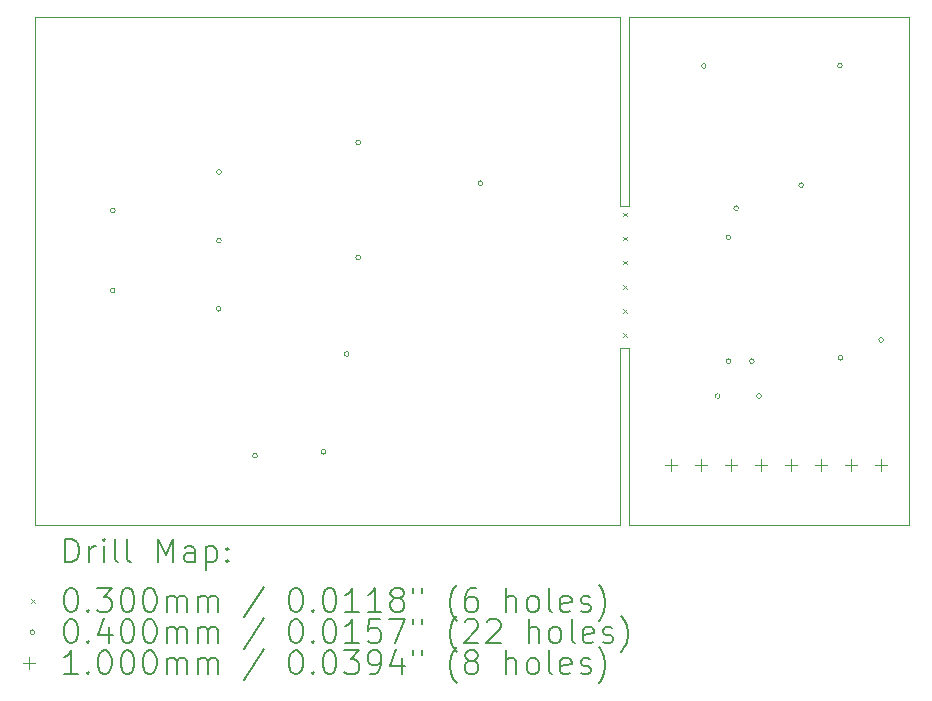
<source format=gbr>
%TF.GenerationSoftware,KiCad,Pcbnew,7.0.8-7.0.8~ubuntu22.04.1*%
%TF.CreationDate,2023-10-25T08:52:26+02:00*%
%TF.ProjectId,extension-cable,65787465-6e73-4696-9f6e-2d6361626c65,rev?*%
%TF.SameCoordinates,Original*%
%TF.FileFunction,Drillmap*%
%TF.FilePolarity,Positive*%
%FSLAX45Y45*%
G04 Gerber Fmt 4.5, Leading zero omitted, Abs format (unit mm)*
G04 Created by KiCad (PCBNEW 7.0.8-7.0.8~ubuntu22.04.1) date 2023-10-25 08:52:26*
%MOMM*%
%LPD*%
G01*
G04 APERTURE LIST*
%ADD10C,0.100000*%
%ADD11C,0.200000*%
%ADD12C,0.030000*%
%ADD13C,0.040000*%
G04 APERTURE END LIST*
D10*
X14400000Y-10100000D02*
X12030000Y-10100000D01*
X12030000Y-5800000D02*
X12030000Y-7400000D01*
X11950000Y-10100000D02*
X7000000Y-10100000D01*
X12030000Y-8600000D02*
X12030000Y-10100000D01*
X11950000Y-8600000D02*
X11950000Y-10100000D01*
X14400000Y-10100000D02*
X14400000Y-5800000D01*
X11950000Y-7400000D02*
X12030000Y-7400000D01*
X11950000Y-8600000D02*
X12030000Y-8600000D01*
X11950000Y-5800000D02*
X11950000Y-7400000D01*
X12030000Y-5800000D02*
X14400000Y-5800000D01*
X7000000Y-10100000D02*
X7000000Y-5800000D01*
X7000000Y-5800000D02*
X11950000Y-5800000D01*
D11*
D12*
X11978000Y-7456500D02*
X12008000Y-7486500D01*
X12008000Y-7456500D02*
X11978000Y-7486500D01*
X11978000Y-7661100D02*
X12008000Y-7691100D01*
X12008000Y-7661100D02*
X11978000Y-7691100D01*
X11978000Y-7865700D02*
X12008000Y-7895700D01*
X12008000Y-7865700D02*
X11978000Y-7895700D01*
X11978000Y-8070300D02*
X12008000Y-8100300D01*
X12008000Y-8070300D02*
X11978000Y-8100300D01*
X11978000Y-8274900D02*
X12008000Y-8304900D01*
X12008000Y-8274900D02*
X11978000Y-8304900D01*
X11978000Y-8479500D02*
X12008000Y-8509500D01*
X12008000Y-8479500D02*
X11978000Y-8509500D01*
D13*
X7676000Y-8118000D02*
G75*
G03*
X7676000Y-8118000I-20000J0D01*
G01*
X7678000Y-7439000D02*
G75*
G03*
X7678000Y-7439000I-20000J0D01*
G01*
X8574000Y-8271000D02*
G75*
G03*
X8574000Y-8271000I-20000J0D01*
G01*
X8576000Y-7112000D02*
G75*
G03*
X8576000Y-7112000I-20000J0D01*
G01*
X8576000Y-7695000D02*
G75*
G03*
X8576000Y-7695000I-20000J0D01*
G01*
X8881000Y-9515500D02*
G75*
G03*
X8881000Y-9515500I-20000J0D01*
G01*
X9461000Y-9483000D02*
G75*
G03*
X9461000Y-9483000I-20000J0D01*
G01*
X9657000Y-8654000D02*
G75*
G03*
X9657000Y-8654000I-20000J0D01*
G01*
X9756000Y-6864000D02*
G75*
G03*
X9756000Y-6864000I-20000J0D01*
G01*
X9756000Y-7837000D02*
G75*
G03*
X9756000Y-7837000I-20000J0D01*
G01*
X10788500Y-7208000D02*
G75*
G03*
X10788500Y-7208000I-20000J0D01*
G01*
X12681000Y-6215500D02*
G75*
G03*
X12681000Y-6215500I-20000J0D01*
G01*
X12797500Y-9010000D02*
G75*
G03*
X12797500Y-9010000I-20000J0D01*
G01*
X12890000Y-7667500D02*
G75*
G03*
X12890000Y-7667500I-20000J0D01*
G01*
X12890000Y-8715000D02*
G75*
G03*
X12890000Y-8715000I-20000J0D01*
G01*
X12955000Y-7420000D02*
G75*
G03*
X12955000Y-7420000I-20000J0D01*
G01*
X13087500Y-8715000D02*
G75*
G03*
X13087500Y-8715000I-20000J0D01*
G01*
X13147500Y-9010000D02*
G75*
G03*
X13147500Y-9010000I-20000J0D01*
G01*
X13505000Y-7225000D02*
G75*
G03*
X13505000Y-7225000I-20000J0D01*
G01*
X13833500Y-6213000D02*
G75*
G03*
X13833500Y-6213000I-20000J0D01*
G01*
X13837500Y-8687500D02*
G75*
G03*
X13837500Y-8687500I-20000J0D01*
G01*
X14182500Y-8535000D02*
G75*
G03*
X14182500Y-8535000I-20000J0D01*
G01*
D10*
X12382000Y-9545500D02*
X12382000Y-9645500D01*
X12332000Y-9595500D02*
X12432000Y-9595500D01*
X12636000Y-9545500D02*
X12636000Y-9645500D01*
X12586000Y-9595500D02*
X12686000Y-9595500D01*
X12890000Y-9545500D02*
X12890000Y-9645500D01*
X12840000Y-9595500D02*
X12940000Y-9595500D01*
X13144000Y-9545500D02*
X13144000Y-9645500D01*
X13094000Y-9595500D02*
X13194000Y-9595500D01*
X13398000Y-9545500D02*
X13398000Y-9645500D01*
X13348000Y-9595500D02*
X13448000Y-9595500D01*
X13652000Y-9545500D02*
X13652000Y-9645500D01*
X13602000Y-9595500D02*
X13702000Y-9595500D01*
X13906000Y-9545500D02*
X13906000Y-9645500D01*
X13856000Y-9595500D02*
X13956000Y-9595500D01*
X14160000Y-9545500D02*
X14160000Y-9645500D01*
X14110000Y-9595500D02*
X14210000Y-9595500D01*
D11*
X7255777Y-10416484D02*
X7255777Y-10216484D01*
X7255777Y-10216484D02*
X7303396Y-10216484D01*
X7303396Y-10216484D02*
X7331967Y-10226008D01*
X7331967Y-10226008D02*
X7351015Y-10245055D01*
X7351015Y-10245055D02*
X7360539Y-10264103D01*
X7360539Y-10264103D02*
X7370062Y-10302198D01*
X7370062Y-10302198D02*
X7370062Y-10330770D01*
X7370062Y-10330770D02*
X7360539Y-10368865D01*
X7360539Y-10368865D02*
X7351015Y-10387912D01*
X7351015Y-10387912D02*
X7331967Y-10406960D01*
X7331967Y-10406960D02*
X7303396Y-10416484D01*
X7303396Y-10416484D02*
X7255777Y-10416484D01*
X7455777Y-10416484D02*
X7455777Y-10283150D01*
X7455777Y-10321246D02*
X7465301Y-10302198D01*
X7465301Y-10302198D02*
X7474824Y-10292674D01*
X7474824Y-10292674D02*
X7493872Y-10283150D01*
X7493872Y-10283150D02*
X7512920Y-10283150D01*
X7579586Y-10416484D02*
X7579586Y-10283150D01*
X7579586Y-10216484D02*
X7570062Y-10226008D01*
X7570062Y-10226008D02*
X7579586Y-10235531D01*
X7579586Y-10235531D02*
X7589110Y-10226008D01*
X7589110Y-10226008D02*
X7579586Y-10216484D01*
X7579586Y-10216484D02*
X7579586Y-10235531D01*
X7703396Y-10416484D02*
X7684348Y-10406960D01*
X7684348Y-10406960D02*
X7674824Y-10387912D01*
X7674824Y-10387912D02*
X7674824Y-10216484D01*
X7808158Y-10416484D02*
X7789110Y-10406960D01*
X7789110Y-10406960D02*
X7779586Y-10387912D01*
X7779586Y-10387912D02*
X7779586Y-10216484D01*
X8036729Y-10416484D02*
X8036729Y-10216484D01*
X8036729Y-10216484D02*
X8103396Y-10359341D01*
X8103396Y-10359341D02*
X8170062Y-10216484D01*
X8170062Y-10216484D02*
X8170062Y-10416484D01*
X8351015Y-10416484D02*
X8351015Y-10311722D01*
X8351015Y-10311722D02*
X8341491Y-10292674D01*
X8341491Y-10292674D02*
X8322443Y-10283150D01*
X8322443Y-10283150D02*
X8284348Y-10283150D01*
X8284348Y-10283150D02*
X8265301Y-10292674D01*
X8351015Y-10406960D02*
X8331967Y-10416484D01*
X8331967Y-10416484D02*
X8284348Y-10416484D01*
X8284348Y-10416484D02*
X8265301Y-10406960D01*
X8265301Y-10406960D02*
X8255777Y-10387912D01*
X8255777Y-10387912D02*
X8255777Y-10368865D01*
X8255777Y-10368865D02*
X8265301Y-10349817D01*
X8265301Y-10349817D02*
X8284348Y-10340293D01*
X8284348Y-10340293D02*
X8331967Y-10340293D01*
X8331967Y-10340293D02*
X8351015Y-10330770D01*
X8446253Y-10283150D02*
X8446253Y-10483150D01*
X8446253Y-10292674D02*
X8465301Y-10283150D01*
X8465301Y-10283150D02*
X8503396Y-10283150D01*
X8503396Y-10283150D02*
X8522444Y-10292674D01*
X8522444Y-10292674D02*
X8531967Y-10302198D01*
X8531967Y-10302198D02*
X8541491Y-10321246D01*
X8541491Y-10321246D02*
X8541491Y-10378389D01*
X8541491Y-10378389D02*
X8531967Y-10397436D01*
X8531967Y-10397436D02*
X8522444Y-10406960D01*
X8522444Y-10406960D02*
X8503396Y-10416484D01*
X8503396Y-10416484D02*
X8465301Y-10416484D01*
X8465301Y-10416484D02*
X8446253Y-10406960D01*
X8627205Y-10397436D02*
X8636729Y-10406960D01*
X8636729Y-10406960D02*
X8627205Y-10416484D01*
X8627205Y-10416484D02*
X8617682Y-10406960D01*
X8617682Y-10406960D02*
X8627205Y-10397436D01*
X8627205Y-10397436D02*
X8627205Y-10416484D01*
X8627205Y-10292674D02*
X8636729Y-10302198D01*
X8636729Y-10302198D02*
X8627205Y-10311722D01*
X8627205Y-10311722D02*
X8617682Y-10302198D01*
X8617682Y-10302198D02*
X8627205Y-10292674D01*
X8627205Y-10292674D02*
X8627205Y-10311722D01*
D12*
X6965000Y-10730000D02*
X6995000Y-10760000D01*
X6995000Y-10730000D02*
X6965000Y-10760000D01*
D11*
X7293872Y-10636484D02*
X7312920Y-10636484D01*
X7312920Y-10636484D02*
X7331967Y-10646008D01*
X7331967Y-10646008D02*
X7341491Y-10655531D01*
X7341491Y-10655531D02*
X7351015Y-10674579D01*
X7351015Y-10674579D02*
X7360539Y-10712674D01*
X7360539Y-10712674D02*
X7360539Y-10760293D01*
X7360539Y-10760293D02*
X7351015Y-10798389D01*
X7351015Y-10798389D02*
X7341491Y-10817436D01*
X7341491Y-10817436D02*
X7331967Y-10826960D01*
X7331967Y-10826960D02*
X7312920Y-10836484D01*
X7312920Y-10836484D02*
X7293872Y-10836484D01*
X7293872Y-10836484D02*
X7274824Y-10826960D01*
X7274824Y-10826960D02*
X7265301Y-10817436D01*
X7265301Y-10817436D02*
X7255777Y-10798389D01*
X7255777Y-10798389D02*
X7246253Y-10760293D01*
X7246253Y-10760293D02*
X7246253Y-10712674D01*
X7246253Y-10712674D02*
X7255777Y-10674579D01*
X7255777Y-10674579D02*
X7265301Y-10655531D01*
X7265301Y-10655531D02*
X7274824Y-10646008D01*
X7274824Y-10646008D02*
X7293872Y-10636484D01*
X7446253Y-10817436D02*
X7455777Y-10826960D01*
X7455777Y-10826960D02*
X7446253Y-10836484D01*
X7446253Y-10836484D02*
X7436729Y-10826960D01*
X7436729Y-10826960D02*
X7446253Y-10817436D01*
X7446253Y-10817436D02*
X7446253Y-10836484D01*
X7522443Y-10636484D02*
X7646253Y-10636484D01*
X7646253Y-10636484D02*
X7579586Y-10712674D01*
X7579586Y-10712674D02*
X7608158Y-10712674D01*
X7608158Y-10712674D02*
X7627205Y-10722198D01*
X7627205Y-10722198D02*
X7636729Y-10731722D01*
X7636729Y-10731722D02*
X7646253Y-10750770D01*
X7646253Y-10750770D02*
X7646253Y-10798389D01*
X7646253Y-10798389D02*
X7636729Y-10817436D01*
X7636729Y-10817436D02*
X7627205Y-10826960D01*
X7627205Y-10826960D02*
X7608158Y-10836484D01*
X7608158Y-10836484D02*
X7551015Y-10836484D01*
X7551015Y-10836484D02*
X7531967Y-10826960D01*
X7531967Y-10826960D02*
X7522443Y-10817436D01*
X7770062Y-10636484D02*
X7789110Y-10636484D01*
X7789110Y-10636484D02*
X7808158Y-10646008D01*
X7808158Y-10646008D02*
X7817682Y-10655531D01*
X7817682Y-10655531D02*
X7827205Y-10674579D01*
X7827205Y-10674579D02*
X7836729Y-10712674D01*
X7836729Y-10712674D02*
X7836729Y-10760293D01*
X7836729Y-10760293D02*
X7827205Y-10798389D01*
X7827205Y-10798389D02*
X7817682Y-10817436D01*
X7817682Y-10817436D02*
X7808158Y-10826960D01*
X7808158Y-10826960D02*
X7789110Y-10836484D01*
X7789110Y-10836484D02*
X7770062Y-10836484D01*
X7770062Y-10836484D02*
X7751015Y-10826960D01*
X7751015Y-10826960D02*
X7741491Y-10817436D01*
X7741491Y-10817436D02*
X7731967Y-10798389D01*
X7731967Y-10798389D02*
X7722443Y-10760293D01*
X7722443Y-10760293D02*
X7722443Y-10712674D01*
X7722443Y-10712674D02*
X7731967Y-10674579D01*
X7731967Y-10674579D02*
X7741491Y-10655531D01*
X7741491Y-10655531D02*
X7751015Y-10646008D01*
X7751015Y-10646008D02*
X7770062Y-10636484D01*
X7960539Y-10636484D02*
X7979586Y-10636484D01*
X7979586Y-10636484D02*
X7998634Y-10646008D01*
X7998634Y-10646008D02*
X8008158Y-10655531D01*
X8008158Y-10655531D02*
X8017682Y-10674579D01*
X8017682Y-10674579D02*
X8027205Y-10712674D01*
X8027205Y-10712674D02*
X8027205Y-10760293D01*
X8027205Y-10760293D02*
X8017682Y-10798389D01*
X8017682Y-10798389D02*
X8008158Y-10817436D01*
X8008158Y-10817436D02*
X7998634Y-10826960D01*
X7998634Y-10826960D02*
X7979586Y-10836484D01*
X7979586Y-10836484D02*
X7960539Y-10836484D01*
X7960539Y-10836484D02*
X7941491Y-10826960D01*
X7941491Y-10826960D02*
X7931967Y-10817436D01*
X7931967Y-10817436D02*
X7922443Y-10798389D01*
X7922443Y-10798389D02*
X7912920Y-10760293D01*
X7912920Y-10760293D02*
X7912920Y-10712674D01*
X7912920Y-10712674D02*
X7922443Y-10674579D01*
X7922443Y-10674579D02*
X7931967Y-10655531D01*
X7931967Y-10655531D02*
X7941491Y-10646008D01*
X7941491Y-10646008D02*
X7960539Y-10636484D01*
X8112920Y-10836484D02*
X8112920Y-10703150D01*
X8112920Y-10722198D02*
X8122443Y-10712674D01*
X8122443Y-10712674D02*
X8141491Y-10703150D01*
X8141491Y-10703150D02*
X8170063Y-10703150D01*
X8170063Y-10703150D02*
X8189110Y-10712674D01*
X8189110Y-10712674D02*
X8198634Y-10731722D01*
X8198634Y-10731722D02*
X8198634Y-10836484D01*
X8198634Y-10731722D02*
X8208158Y-10712674D01*
X8208158Y-10712674D02*
X8227205Y-10703150D01*
X8227205Y-10703150D02*
X8255777Y-10703150D01*
X8255777Y-10703150D02*
X8274824Y-10712674D01*
X8274824Y-10712674D02*
X8284348Y-10731722D01*
X8284348Y-10731722D02*
X8284348Y-10836484D01*
X8379586Y-10836484D02*
X8379586Y-10703150D01*
X8379586Y-10722198D02*
X8389110Y-10712674D01*
X8389110Y-10712674D02*
X8408158Y-10703150D01*
X8408158Y-10703150D02*
X8436729Y-10703150D01*
X8436729Y-10703150D02*
X8455777Y-10712674D01*
X8455777Y-10712674D02*
X8465301Y-10731722D01*
X8465301Y-10731722D02*
X8465301Y-10836484D01*
X8465301Y-10731722D02*
X8474825Y-10712674D01*
X8474825Y-10712674D02*
X8493872Y-10703150D01*
X8493872Y-10703150D02*
X8522444Y-10703150D01*
X8522444Y-10703150D02*
X8541491Y-10712674D01*
X8541491Y-10712674D02*
X8551015Y-10731722D01*
X8551015Y-10731722D02*
X8551015Y-10836484D01*
X8941491Y-10626960D02*
X8770063Y-10884103D01*
X9198634Y-10636484D02*
X9217682Y-10636484D01*
X9217682Y-10636484D02*
X9236729Y-10646008D01*
X9236729Y-10646008D02*
X9246253Y-10655531D01*
X9246253Y-10655531D02*
X9255777Y-10674579D01*
X9255777Y-10674579D02*
X9265301Y-10712674D01*
X9265301Y-10712674D02*
X9265301Y-10760293D01*
X9265301Y-10760293D02*
X9255777Y-10798389D01*
X9255777Y-10798389D02*
X9246253Y-10817436D01*
X9246253Y-10817436D02*
X9236729Y-10826960D01*
X9236729Y-10826960D02*
X9217682Y-10836484D01*
X9217682Y-10836484D02*
X9198634Y-10836484D01*
X9198634Y-10836484D02*
X9179587Y-10826960D01*
X9179587Y-10826960D02*
X9170063Y-10817436D01*
X9170063Y-10817436D02*
X9160539Y-10798389D01*
X9160539Y-10798389D02*
X9151015Y-10760293D01*
X9151015Y-10760293D02*
X9151015Y-10712674D01*
X9151015Y-10712674D02*
X9160539Y-10674579D01*
X9160539Y-10674579D02*
X9170063Y-10655531D01*
X9170063Y-10655531D02*
X9179587Y-10646008D01*
X9179587Y-10646008D02*
X9198634Y-10636484D01*
X9351015Y-10817436D02*
X9360539Y-10826960D01*
X9360539Y-10826960D02*
X9351015Y-10836484D01*
X9351015Y-10836484D02*
X9341491Y-10826960D01*
X9341491Y-10826960D02*
X9351015Y-10817436D01*
X9351015Y-10817436D02*
X9351015Y-10836484D01*
X9484348Y-10636484D02*
X9503396Y-10636484D01*
X9503396Y-10636484D02*
X9522444Y-10646008D01*
X9522444Y-10646008D02*
X9531968Y-10655531D01*
X9531968Y-10655531D02*
X9541491Y-10674579D01*
X9541491Y-10674579D02*
X9551015Y-10712674D01*
X9551015Y-10712674D02*
X9551015Y-10760293D01*
X9551015Y-10760293D02*
X9541491Y-10798389D01*
X9541491Y-10798389D02*
X9531968Y-10817436D01*
X9531968Y-10817436D02*
X9522444Y-10826960D01*
X9522444Y-10826960D02*
X9503396Y-10836484D01*
X9503396Y-10836484D02*
X9484348Y-10836484D01*
X9484348Y-10836484D02*
X9465301Y-10826960D01*
X9465301Y-10826960D02*
X9455777Y-10817436D01*
X9455777Y-10817436D02*
X9446253Y-10798389D01*
X9446253Y-10798389D02*
X9436729Y-10760293D01*
X9436729Y-10760293D02*
X9436729Y-10712674D01*
X9436729Y-10712674D02*
X9446253Y-10674579D01*
X9446253Y-10674579D02*
X9455777Y-10655531D01*
X9455777Y-10655531D02*
X9465301Y-10646008D01*
X9465301Y-10646008D02*
X9484348Y-10636484D01*
X9741491Y-10836484D02*
X9627206Y-10836484D01*
X9684348Y-10836484D02*
X9684348Y-10636484D01*
X9684348Y-10636484D02*
X9665301Y-10665055D01*
X9665301Y-10665055D02*
X9646253Y-10684103D01*
X9646253Y-10684103D02*
X9627206Y-10693627D01*
X9931968Y-10836484D02*
X9817682Y-10836484D01*
X9874825Y-10836484D02*
X9874825Y-10636484D01*
X9874825Y-10636484D02*
X9855777Y-10665055D01*
X9855777Y-10665055D02*
X9836729Y-10684103D01*
X9836729Y-10684103D02*
X9817682Y-10693627D01*
X10046253Y-10722198D02*
X10027206Y-10712674D01*
X10027206Y-10712674D02*
X10017682Y-10703150D01*
X10017682Y-10703150D02*
X10008158Y-10684103D01*
X10008158Y-10684103D02*
X10008158Y-10674579D01*
X10008158Y-10674579D02*
X10017682Y-10655531D01*
X10017682Y-10655531D02*
X10027206Y-10646008D01*
X10027206Y-10646008D02*
X10046253Y-10636484D01*
X10046253Y-10636484D02*
X10084349Y-10636484D01*
X10084349Y-10636484D02*
X10103396Y-10646008D01*
X10103396Y-10646008D02*
X10112920Y-10655531D01*
X10112920Y-10655531D02*
X10122444Y-10674579D01*
X10122444Y-10674579D02*
X10122444Y-10684103D01*
X10122444Y-10684103D02*
X10112920Y-10703150D01*
X10112920Y-10703150D02*
X10103396Y-10712674D01*
X10103396Y-10712674D02*
X10084349Y-10722198D01*
X10084349Y-10722198D02*
X10046253Y-10722198D01*
X10046253Y-10722198D02*
X10027206Y-10731722D01*
X10027206Y-10731722D02*
X10017682Y-10741246D01*
X10017682Y-10741246D02*
X10008158Y-10760293D01*
X10008158Y-10760293D02*
X10008158Y-10798389D01*
X10008158Y-10798389D02*
X10017682Y-10817436D01*
X10017682Y-10817436D02*
X10027206Y-10826960D01*
X10027206Y-10826960D02*
X10046253Y-10836484D01*
X10046253Y-10836484D02*
X10084349Y-10836484D01*
X10084349Y-10836484D02*
X10103396Y-10826960D01*
X10103396Y-10826960D02*
X10112920Y-10817436D01*
X10112920Y-10817436D02*
X10122444Y-10798389D01*
X10122444Y-10798389D02*
X10122444Y-10760293D01*
X10122444Y-10760293D02*
X10112920Y-10741246D01*
X10112920Y-10741246D02*
X10103396Y-10731722D01*
X10103396Y-10731722D02*
X10084349Y-10722198D01*
X10198634Y-10636484D02*
X10198634Y-10674579D01*
X10274825Y-10636484D02*
X10274825Y-10674579D01*
X10570063Y-10912674D02*
X10560539Y-10903150D01*
X10560539Y-10903150D02*
X10541491Y-10874579D01*
X10541491Y-10874579D02*
X10531968Y-10855531D01*
X10531968Y-10855531D02*
X10522444Y-10826960D01*
X10522444Y-10826960D02*
X10512920Y-10779341D01*
X10512920Y-10779341D02*
X10512920Y-10741246D01*
X10512920Y-10741246D02*
X10522444Y-10693627D01*
X10522444Y-10693627D02*
X10531968Y-10665055D01*
X10531968Y-10665055D02*
X10541491Y-10646008D01*
X10541491Y-10646008D02*
X10560539Y-10617436D01*
X10560539Y-10617436D02*
X10570063Y-10607912D01*
X10731968Y-10636484D02*
X10693872Y-10636484D01*
X10693872Y-10636484D02*
X10674825Y-10646008D01*
X10674825Y-10646008D02*
X10665301Y-10655531D01*
X10665301Y-10655531D02*
X10646253Y-10684103D01*
X10646253Y-10684103D02*
X10636730Y-10722198D01*
X10636730Y-10722198D02*
X10636730Y-10798389D01*
X10636730Y-10798389D02*
X10646253Y-10817436D01*
X10646253Y-10817436D02*
X10655777Y-10826960D01*
X10655777Y-10826960D02*
X10674825Y-10836484D01*
X10674825Y-10836484D02*
X10712920Y-10836484D01*
X10712920Y-10836484D02*
X10731968Y-10826960D01*
X10731968Y-10826960D02*
X10741491Y-10817436D01*
X10741491Y-10817436D02*
X10751015Y-10798389D01*
X10751015Y-10798389D02*
X10751015Y-10750770D01*
X10751015Y-10750770D02*
X10741491Y-10731722D01*
X10741491Y-10731722D02*
X10731968Y-10722198D01*
X10731968Y-10722198D02*
X10712920Y-10712674D01*
X10712920Y-10712674D02*
X10674825Y-10712674D01*
X10674825Y-10712674D02*
X10655777Y-10722198D01*
X10655777Y-10722198D02*
X10646253Y-10731722D01*
X10646253Y-10731722D02*
X10636730Y-10750770D01*
X10989111Y-10836484D02*
X10989111Y-10636484D01*
X11074825Y-10836484D02*
X11074825Y-10731722D01*
X11074825Y-10731722D02*
X11065301Y-10712674D01*
X11065301Y-10712674D02*
X11046253Y-10703150D01*
X11046253Y-10703150D02*
X11017682Y-10703150D01*
X11017682Y-10703150D02*
X10998634Y-10712674D01*
X10998634Y-10712674D02*
X10989111Y-10722198D01*
X11198634Y-10836484D02*
X11179587Y-10826960D01*
X11179587Y-10826960D02*
X11170063Y-10817436D01*
X11170063Y-10817436D02*
X11160539Y-10798389D01*
X11160539Y-10798389D02*
X11160539Y-10741246D01*
X11160539Y-10741246D02*
X11170063Y-10722198D01*
X11170063Y-10722198D02*
X11179587Y-10712674D01*
X11179587Y-10712674D02*
X11198634Y-10703150D01*
X11198634Y-10703150D02*
X11227206Y-10703150D01*
X11227206Y-10703150D02*
X11246253Y-10712674D01*
X11246253Y-10712674D02*
X11255777Y-10722198D01*
X11255777Y-10722198D02*
X11265301Y-10741246D01*
X11265301Y-10741246D02*
X11265301Y-10798389D01*
X11265301Y-10798389D02*
X11255777Y-10817436D01*
X11255777Y-10817436D02*
X11246253Y-10826960D01*
X11246253Y-10826960D02*
X11227206Y-10836484D01*
X11227206Y-10836484D02*
X11198634Y-10836484D01*
X11379587Y-10836484D02*
X11360539Y-10826960D01*
X11360539Y-10826960D02*
X11351015Y-10807912D01*
X11351015Y-10807912D02*
X11351015Y-10636484D01*
X11531968Y-10826960D02*
X11512920Y-10836484D01*
X11512920Y-10836484D02*
X11474825Y-10836484D01*
X11474825Y-10836484D02*
X11455777Y-10826960D01*
X11455777Y-10826960D02*
X11446253Y-10807912D01*
X11446253Y-10807912D02*
X11446253Y-10731722D01*
X11446253Y-10731722D02*
X11455777Y-10712674D01*
X11455777Y-10712674D02*
X11474825Y-10703150D01*
X11474825Y-10703150D02*
X11512920Y-10703150D01*
X11512920Y-10703150D02*
X11531968Y-10712674D01*
X11531968Y-10712674D02*
X11541491Y-10731722D01*
X11541491Y-10731722D02*
X11541491Y-10750770D01*
X11541491Y-10750770D02*
X11446253Y-10769817D01*
X11617682Y-10826960D02*
X11636730Y-10836484D01*
X11636730Y-10836484D02*
X11674825Y-10836484D01*
X11674825Y-10836484D02*
X11693872Y-10826960D01*
X11693872Y-10826960D02*
X11703396Y-10807912D01*
X11703396Y-10807912D02*
X11703396Y-10798389D01*
X11703396Y-10798389D02*
X11693872Y-10779341D01*
X11693872Y-10779341D02*
X11674825Y-10769817D01*
X11674825Y-10769817D02*
X11646253Y-10769817D01*
X11646253Y-10769817D02*
X11627206Y-10760293D01*
X11627206Y-10760293D02*
X11617682Y-10741246D01*
X11617682Y-10741246D02*
X11617682Y-10731722D01*
X11617682Y-10731722D02*
X11627206Y-10712674D01*
X11627206Y-10712674D02*
X11646253Y-10703150D01*
X11646253Y-10703150D02*
X11674825Y-10703150D01*
X11674825Y-10703150D02*
X11693872Y-10712674D01*
X11770063Y-10912674D02*
X11779587Y-10903150D01*
X11779587Y-10903150D02*
X11798634Y-10874579D01*
X11798634Y-10874579D02*
X11808158Y-10855531D01*
X11808158Y-10855531D02*
X11817682Y-10826960D01*
X11817682Y-10826960D02*
X11827206Y-10779341D01*
X11827206Y-10779341D02*
X11827206Y-10741246D01*
X11827206Y-10741246D02*
X11817682Y-10693627D01*
X11817682Y-10693627D02*
X11808158Y-10665055D01*
X11808158Y-10665055D02*
X11798634Y-10646008D01*
X11798634Y-10646008D02*
X11779587Y-10617436D01*
X11779587Y-10617436D02*
X11770063Y-10607912D01*
D13*
X6995000Y-11009000D02*
G75*
G03*
X6995000Y-11009000I-20000J0D01*
G01*
D11*
X7293872Y-10900484D02*
X7312920Y-10900484D01*
X7312920Y-10900484D02*
X7331967Y-10910008D01*
X7331967Y-10910008D02*
X7341491Y-10919531D01*
X7341491Y-10919531D02*
X7351015Y-10938579D01*
X7351015Y-10938579D02*
X7360539Y-10976674D01*
X7360539Y-10976674D02*
X7360539Y-11024293D01*
X7360539Y-11024293D02*
X7351015Y-11062389D01*
X7351015Y-11062389D02*
X7341491Y-11081436D01*
X7341491Y-11081436D02*
X7331967Y-11090960D01*
X7331967Y-11090960D02*
X7312920Y-11100484D01*
X7312920Y-11100484D02*
X7293872Y-11100484D01*
X7293872Y-11100484D02*
X7274824Y-11090960D01*
X7274824Y-11090960D02*
X7265301Y-11081436D01*
X7265301Y-11081436D02*
X7255777Y-11062389D01*
X7255777Y-11062389D02*
X7246253Y-11024293D01*
X7246253Y-11024293D02*
X7246253Y-10976674D01*
X7246253Y-10976674D02*
X7255777Y-10938579D01*
X7255777Y-10938579D02*
X7265301Y-10919531D01*
X7265301Y-10919531D02*
X7274824Y-10910008D01*
X7274824Y-10910008D02*
X7293872Y-10900484D01*
X7446253Y-11081436D02*
X7455777Y-11090960D01*
X7455777Y-11090960D02*
X7446253Y-11100484D01*
X7446253Y-11100484D02*
X7436729Y-11090960D01*
X7436729Y-11090960D02*
X7446253Y-11081436D01*
X7446253Y-11081436D02*
X7446253Y-11100484D01*
X7627205Y-10967150D02*
X7627205Y-11100484D01*
X7579586Y-10890960D02*
X7531967Y-11033817D01*
X7531967Y-11033817D02*
X7655777Y-11033817D01*
X7770062Y-10900484D02*
X7789110Y-10900484D01*
X7789110Y-10900484D02*
X7808158Y-10910008D01*
X7808158Y-10910008D02*
X7817682Y-10919531D01*
X7817682Y-10919531D02*
X7827205Y-10938579D01*
X7827205Y-10938579D02*
X7836729Y-10976674D01*
X7836729Y-10976674D02*
X7836729Y-11024293D01*
X7836729Y-11024293D02*
X7827205Y-11062389D01*
X7827205Y-11062389D02*
X7817682Y-11081436D01*
X7817682Y-11081436D02*
X7808158Y-11090960D01*
X7808158Y-11090960D02*
X7789110Y-11100484D01*
X7789110Y-11100484D02*
X7770062Y-11100484D01*
X7770062Y-11100484D02*
X7751015Y-11090960D01*
X7751015Y-11090960D02*
X7741491Y-11081436D01*
X7741491Y-11081436D02*
X7731967Y-11062389D01*
X7731967Y-11062389D02*
X7722443Y-11024293D01*
X7722443Y-11024293D02*
X7722443Y-10976674D01*
X7722443Y-10976674D02*
X7731967Y-10938579D01*
X7731967Y-10938579D02*
X7741491Y-10919531D01*
X7741491Y-10919531D02*
X7751015Y-10910008D01*
X7751015Y-10910008D02*
X7770062Y-10900484D01*
X7960539Y-10900484D02*
X7979586Y-10900484D01*
X7979586Y-10900484D02*
X7998634Y-10910008D01*
X7998634Y-10910008D02*
X8008158Y-10919531D01*
X8008158Y-10919531D02*
X8017682Y-10938579D01*
X8017682Y-10938579D02*
X8027205Y-10976674D01*
X8027205Y-10976674D02*
X8027205Y-11024293D01*
X8027205Y-11024293D02*
X8017682Y-11062389D01*
X8017682Y-11062389D02*
X8008158Y-11081436D01*
X8008158Y-11081436D02*
X7998634Y-11090960D01*
X7998634Y-11090960D02*
X7979586Y-11100484D01*
X7979586Y-11100484D02*
X7960539Y-11100484D01*
X7960539Y-11100484D02*
X7941491Y-11090960D01*
X7941491Y-11090960D02*
X7931967Y-11081436D01*
X7931967Y-11081436D02*
X7922443Y-11062389D01*
X7922443Y-11062389D02*
X7912920Y-11024293D01*
X7912920Y-11024293D02*
X7912920Y-10976674D01*
X7912920Y-10976674D02*
X7922443Y-10938579D01*
X7922443Y-10938579D02*
X7931967Y-10919531D01*
X7931967Y-10919531D02*
X7941491Y-10910008D01*
X7941491Y-10910008D02*
X7960539Y-10900484D01*
X8112920Y-11100484D02*
X8112920Y-10967150D01*
X8112920Y-10986198D02*
X8122443Y-10976674D01*
X8122443Y-10976674D02*
X8141491Y-10967150D01*
X8141491Y-10967150D02*
X8170063Y-10967150D01*
X8170063Y-10967150D02*
X8189110Y-10976674D01*
X8189110Y-10976674D02*
X8198634Y-10995722D01*
X8198634Y-10995722D02*
X8198634Y-11100484D01*
X8198634Y-10995722D02*
X8208158Y-10976674D01*
X8208158Y-10976674D02*
X8227205Y-10967150D01*
X8227205Y-10967150D02*
X8255777Y-10967150D01*
X8255777Y-10967150D02*
X8274824Y-10976674D01*
X8274824Y-10976674D02*
X8284348Y-10995722D01*
X8284348Y-10995722D02*
X8284348Y-11100484D01*
X8379586Y-11100484D02*
X8379586Y-10967150D01*
X8379586Y-10986198D02*
X8389110Y-10976674D01*
X8389110Y-10976674D02*
X8408158Y-10967150D01*
X8408158Y-10967150D02*
X8436729Y-10967150D01*
X8436729Y-10967150D02*
X8455777Y-10976674D01*
X8455777Y-10976674D02*
X8465301Y-10995722D01*
X8465301Y-10995722D02*
X8465301Y-11100484D01*
X8465301Y-10995722D02*
X8474825Y-10976674D01*
X8474825Y-10976674D02*
X8493872Y-10967150D01*
X8493872Y-10967150D02*
X8522444Y-10967150D01*
X8522444Y-10967150D02*
X8541491Y-10976674D01*
X8541491Y-10976674D02*
X8551015Y-10995722D01*
X8551015Y-10995722D02*
X8551015Y-11100484D01*
X8941491Y-10890960D02*
X8770063Y-11148103D01*
X9198634Y-10900484D02*
X9217682Y-10900484D01*
X9217682Y-10900484D02*
X9236729Y-10910008D01*
X9236729Y-10910008D02*
X9246253Y-10919531D01*
X9246253Y-10919531D02*
X9255777Y-10938579D01*
X9255777Y-10938579D02*
X9265301Y-10976674D01*
X9265301Y-10976674D02*
X9265301Y-11024293D01*
X9265301Y-11024293D02*
X9255777Y-11062389D01*
X9255777Y-11062389D02*
X9246253Y-11081436D01*
X9246253Y-11081436D02*
X9236729Y-11090960D01*
X9236729Y-11090960D02*
X9217682Y-11100484D01*
X9217682Y-11100484D02*
X9198634Y-11100484D01*
X9198634Y-11100484D02*
X9179587Y-11090960D01*
X9179587Y-11090960D02*
X9170063Y-11081436D01*
X9170063Y-11081436D02*
X9160539Y-11062389D01*
X9160539Y-11062389D02*
X9151015Y-11024293D01*
X9151015Y-11024293D02*
X9151015Y-10976674D01*
X9151015Y-10976674D02*
X9160539Y-10938579D01*
X9160539Y-10938579D02*
X9170063Y-10919531D01*
X9170063Y-10919531D02*
X9179587Y-10910008D01*
X9179587Y-10910008D02*
X9198634Y-10900484D01*
X9351015Y-11081436D02*
X9360539Y-11090960D01*
X9360539Y-11090960D02*
X9351015Y-11100484D01*
X9351015Y-11100484D02*
X9341491Y-11090960D01*
X9341491Y-11090960D02*
X9351015Y-11081436D01*
X9351015Y-11081436D02*
X9351015Y-11100484D01*
X9484348Y-10900484D02*
X9503396Y-10900484D01*
X9503396Y-10900484D02*
X9522444Y-10910008D01*
X9522444Y-10910008D02*
X9531968Y-10919531D01*
X9531968Y-10919531D02*
X9541491Y-10938579D01*
X9541491Y-10938579D02*
X9551015Y-10976674D01*
X9551015Y-10976674D02*
X9551015Y-11024293D01*
X9551015Y-11024293D02*
X9541491Y-11062389D01*
X9541491Y-11062389D02*
X9531968Y-11081436D01*
X9531968Y-11081436D02*
X9522444Y-11090960D01*
X9522444Y-11090960D02*
X9503396Y-11100484D01*
X9503396Y-11100484D02*
X9484348Y-11100484D01*
X9484348Y-11100484D02*
X9465301Y-11090960D01*
X9465301Y-11090960D02*
X9455777Y-11081436D01*
X9455777Y-11081436D02*
X9446253Y-11062389D01*
X9446253Y-11062389D02*
X9436729Y-11024293D01*
X9436729Y-11024293D02*
X9436729Y-10976674D01*
X9436729Y-10976674D02*
X9446253Y-10938579D01*
X9446253Y-10938579D02*
X9455777Y-10919531D01*
X9455777Y-10919531D02*
X9465301Y-10910008D01*
X9465301Y-10910008D02*
X9484348Y-10900484D01*
X9741491Y-11100484D02*
X9627206Y-11100484D01*
X9684348Y-11100484D02*
X9684348Y-10900484D01*
X9684348Y-10900484D02*
X9665301Y-10929055D01*
X9665301Y-10929055D02*
X9646253Y-10948103D01*
X9646253Y-10948103D02*
X9627206Y-10957627D01*
X9922444Y-10900484D02*
X9827206Y-10900484D01*
X9827206Y-10900484D02*
X9817682Y-10995722D01*
X9817682Y-10995722D02*
X9827206Y-10986198D01*
X9827206Y-10986198D02*
X9846253Y-10976674D01*
X9846253Y-10976674D02*
X9893872Y-10976674D01*
X9893872Y-10976674D02*
X9912920Y-10986198D01*
X9912920Y-10986198D02*
X9922444Y-10995722D01*
X9922444Y-10995722D02*
X9931968Y-11014770D01*
X9931968Y-11014770D02*
X9931968Y-11062389D01*
X9931968Y-11062389D02*
X9922444Y-11081436D01*
X9922444Y-11081436D02*
X9912920Y-11090960D01*
X9912920Y-11090960D02*
X9893872Y-11100484D01*
X9893872Y-11100484D02*
X9846253Y-11100484D01*
X9846253Y-11100484D02*
X9827206Y-11090960D01*
X9827206Y-11090960D02*
X9817682Y-11081436D01*
X9998634Y-10900484D02*
X10131968Y-10900484D01*
X10131968Y-10900484D02*
X10046253Y-11100484D01*
X10198634Y-10900484D02*
X10198634Y-10938579D01*
X10274825Y-10900484D02*
X10274825Y-10938579D01*
X10570063Y-11176674D02*
X10560539Y-11167150D01*
X10560539Y-11167150D02*
X10541491Y-11138579D01*
X10541491Y-11138579D02*
X10531968Y-11119531D01*
X10531968Y-11119531D02*
X10522444Y-11090960D01*
X10522444Y-11090960D02*
X10512920Y-11043341D01*
X10512920Y-11043341D02*
X10512920Y-11005246D01*
X10512920Y-11005246D02*
X10522444Y-10957627D01*
X10522444Y-10957627D02*
X10531968Y-10929055D01*
X10531968Y-10929055D02*
X10541491Y-10910008D01*
X10541491Y-10910008D02*
X10560539Y-10881436D01*
X10560539Y-10881436D02*
X10570063Y-10871912D01*
X10636730Y-10919531D02*
X10646253Y-10910008D01*
X10646253Y-10910008D02*
X10665301Y-10900484D01*
X10665301Y-10900484D02*
X10712920Y-10900484D01*
X10712920Y-10900484D02*
X10731968Y-10910008D01*
X10731968Y-10910008D02*
X10741491Y-10919531D01*
X10741491Y-10919531D02*
X10751015Y-10938579D01*
X10751015Y-10938579D02*
X10751015Y-10957627D01*
X10751015Y-10957627D02*
X10741491Y-10986198D01*
X10741491Y-10986198D02*
X10627206Y-11100484D01*
X10627206Y-11100484D02*
X10751015Y-11100484D01*
X10827206Y-10919531D02*
X10836730Y-10910008D01*
X10836730Y-10910008D02*
X10855777Y-10900484D01*
X10855777Y-10900484D02*
X10903396Y-10900484D01*
X10903396Y-10900484D02*
X10922444Y-10910008D01*
X10922444Y-10910008D02*
X10931968Y-10919531D01*
X10931968Y-10919531D02*
X10941491Y-10938579D01*
X10941491Y-10938579D02*
X10941491Y-10957627D01*
X10941491Y-10957627D02*
X10931968Y-10986198D01*
X10931968Y-10986198D02*
X10817682Y-11100484D01*
X10817682Y-11100484D02*
X10941491Y-11100484D01*
X11179587Y-11100484D02*
X11179587Y-10900484D01*
X11265301Y-11100484D02*
X11265301Y-10995722D01*
X11265301Y-10995722D02*
X11255777Y-10976674D01*
X11255777Y-10976674D02*
X11236730Y-10967150D01*
X11236730Y-10967150D02*
X11208158Y-10967150D01*
X11208158Y-10967150D02*
X11189110Y-10976674D01*
X11189110Y-10976674D02*
X11179587Y-10986198D01*
X11389110Y-11100484D02*
X11370063Y-11090960D01*
X11370063Y-11090960D02*
X11360539Y-11081436D01*
X11360539Y-11081436D02*
X11351015Y-11062389D01*
X11351015Y-11062389D02*
X11351015Y-11005246D01*
X11351015Y-11005246D02*
X11360539Y-10986198D01*
X11360539Y-10986198D02*
X11370063Y-10976674D01*
X11370063Y-10976674D02*
X11389110Y-10967150D01*
X11389110Y-10967150D02*
X11417682Y-10967150D01*
X11417682Y-10967150D02*
X11436730Y-10976674D01*
X11436730Y-10976674D02*
X11446253Y-10986198D01*
X11446253Y-10986198D02*
X11455777Y-11005246D01*
X11455777Y-11005246D02*
X11455777Y-11062389D01*
X11455777Y-11062389D02*
X11446253Y-11081436D01*
X11446253Y-11081436D02*
X11436730Y-11090960D01*
X11436730Y-11090960D02*
X11417682Y-11100484D01*
X11417682Y-11100484D02*
X11389110Y-11100484D01*
X11570063Y-11100484D02*
X11551015Y-11090960D01*
X11551015Y-11090960D02*
X11541491Y-11071912D01*
X11541491Y-11071912D02*
X11541491Y-10900484D01*
X11722444Y-11090960D02*
X11703396Y-11100484D01*
X11703396Y-11100484D02*
X11665301Y-11100484D01*
X11665301Y-11100484D02*
X11646253Y-11090960D01*
X11646253Y-11090960D02*
X11636730Y-11071912D01*
X11636730Y-11071912D02*
X11636730Y-10995722D01*
X11636730Y-10995722D02*
X11646253Y-10976674D01*
X11646253Y-10976674D02*
X11665301Y-10967150D01*
X11665301Y-10967150D02*
X11703396Y-10967150D01*
X11703396Y-10967150D02*
X11722444Y-10976674D01*
X11722444Y-10976674D02*
X11731968Y-10995722D01*
X11731968Y-10995722D02*
X11731968Y-11014770D01*
X11731968Y-11014770D02*
X11636730Y-11033817D01*
X11808158Y-11090960D02*
X11827206Y-11100484D01*
X11827206Y-11100484D02*
X11865301Y-11100484D01*
X11865301Y-11100484D02*
X11884349Y-11090960D01*
X11884349Y-11090960D02*
X11893872Y-11071912D01*
X11893872Y-11071912D02*
X11893872Y-11062389D01*
X11893872Y-11062389D02*
X11884349Y-11043341D01*
X11884349Y-11043341D02*
X11865301Y-11033817D01*
X11865301Y-11033817D02*
X11836730Y-11033817D01*
X11836730Y-11033817D02*
X11817682Y-11024293D01*
X11817682Y-11024293D02*
X11808158Y-11005246D01*
X11808158Y-11005246D02*
X11808158Y-10995722D01*
X11808158Y-10995722D02*
X11817682Y-10976674D01*
X11817682Y-10976674D02*
X11836730Y-10967150D01*
X11836730Y-10967150D02*
X11865301Y-10967150D01*
X11865301Y-10967150D02*
X11884349Y-10976674D01*
X11960539Y-11176674D02*
X11970063Y-11167150D01*
X11970063Y-11167150D02*
X11989111Y-11138579D01*
X11989111Y-11138579D02*
X11998634Y-11119531D01*
X11998634Y-11119531D02*
X12008158Y-11090960D01*
X12008158Y-11090960D02*
X12017682Y-11043341D01*
X12017682Y-11043341D02*
X12017682Y-11005246D01*
X12017682Y-11005246D02*
X12008158Y-10957627D01*
X12008158Y-10957627D02*
X11998634Y-10929055D01*
X11998634Y-10929055D02*
X11989111Y-10910008D01*
X11989111Y-10910008D02*
X11970063Y-10881436D01*
X11970063Y-10881436D02*
X11960539Y-10871912D01*
D10*
X6945000Y-11223000D02*
X6945000Y-11323000D01*
X6895000Y-11273000D02*
X6995000Y-11273000D01*
D11*
X7360539Y-11364484D02*
X7246253Y-11364484D01*
X7303396Y-11364484D02*
X7303396Y-11164484D01*
X7303396Y-11164484D02*
X7284348Y-11193055D01*
X7284348Y-11193055D02*
X7265301Y-11212103D01*
X7265301Y-11212103D02*
X7246253Y-11221627D01*
X7446253Y-11345436D02*
X7455777Y-11354960D01*
X7455777Y-11354960D02*
X7446253Y-11364484D01*
X7446253Y-11364484D02*
X7436729Y-11354960D01*
X7436729Y-11354960D02*
X7446253Y-11345436D01*
X7446253Y-11345436D02*
X7446253Y-11364484D01*
X7579586Y-11164484D02*
X7598634Y-11164484D01*
X7598634Y-11164484D02*
X7617682Y-11174008D01*
X7617682Y-11174008D02*
X7627205Y-11183531D01*
X7627205Y-11183531D02*
X7636729Y-11202579D01*
X7636729Y-11202579D02*
X7646253Y-11240674D01*
X7646253Y-11240674D02*
X7646253Y-11288293D01*
X7646253Y-11288293D02*
X7636729Y-11326388D01*
X7636729Y-11326388D02*
X7627205Y-11345436D01*
X7627205Y-11345436D02*
X7617682Y-11354960D01*
X7617682Y-11354960D02*
X7598634Y-11364484D01*
X7598634Y-11364484D02*
X7579586Y-11364484D01*
X7579586Y-11364484D02*
X7560539Y-11354960D01*
X7560539Y-11354960D02*
X7551015Y-11345436D01*
X7551015Y-11345436D02*
X7541491Y-11326388D01*
X7541491Y-11326388D02*
X7531967Y-11288293D01*
X7531967Y-11288293D02*
X7531967Y-11240674D01*
X7531967Y-11240674D02*
X7541491Y-11202579D01*
X7541491Y-11202579D02*
X7551015Y-11183531D01*
X7551015Y-11183531D02*
X7560539Y-11174008D01*
X7560539Y-11174008D02*
X7579586Y-11164484D01*
X7770062Y-11164484D02*
X7789110Y-11164484D01*
X7789110Y-11164484D02*
X7808158Y-11174008D01*
X7808158Y-11174008D02*
X7817682Y-11183531D01*
X7817682Y-11183531D02*
X7827205Y-11202579D01*
X7827205Y-11202579D02*
X7836729Y-11240674D01*
X7836729Y-11240674D02*
X7836729Y-11288293D01*
X7836729Y-11288293D02*
X7827205Y-11326388D01*
X7827205Y-11326388D02*
X7817682Y-11345436D01*
X7817682Y-11345436D02*
X7808158Y-11354960D01*
X7808158Y-11354960D02*
X7789110Y-11364484D01*
X7789110Y-11364484D02*
X7770062Y-11364484D01*
X7770062Y-11364484D02*
X7751015Y-11354960D01*
X7751015Y-11354960D02*
X7741491Y-11345436D01*
X7741491Y-11345436D02*
X7731967Y-11326388D01*
X7731967Y-11326388D02*
X7722443Y-11288293D01*
X7722443Y-11288293D02*
X7722443Y-11240674D01*
X7722443Y-11240674D02*
X7731967Y-11202579D01*
X7731967Y-11202579D02*
X7741491Y-11183531D01*
X7741491Y-11183531D02*
X7751015Y-11174008D01*
X7751015Y-11174008D02*
X7770062Y-11164484D01*
X7960539Y-11164484D02*
X7979586Y-11164484D01*
X7979586Y-11164484D02*
X7998634Y-11174008D01*
X7998634Y-11174008D02*
X8008158Y-11183531D01*
X8008158Y-11183531D02*
X8017682Y-11202579D01*
X8017682Y-11202579D02*
X8027205Y-11240674D01*
X8027205Y-11240674D02*
X8027205Y-11288293D01*
X8027205Y-11288293D02*
X8017682Y-11326388D01*
X8017682Y-11326388D02*
X8008158Y-11345436D01*
X8008158Y-11345436D02*
X7998634Y-11354960D01*
X7998634Y-11354960D02*
X7979586Y-11364484D01*
X7979586Y-11364484D02*
X7960539Y-11364484D01*
X7960539Y-11364484D02*
X7941491Y-11354960D01*
X7941491Y-11354960D02*
X7931967Y-11345436D01*
X7931967Y-11345436D02*
X7922443Y-11326388D01*
X7922443Y-11326388D02*
X7912920Y-11288293D01*
X7912920Y-11288293D02*
X7912920Y-11240674D01*
X7912920Y-11240674D02*
X7922443Y-11202579D01*
X7922443Y-11202579D02*
X7931967Y-11183531D01*
X7931967Y-11183531D02*
X7941491Y-11174008D01*
X7941491Y-11174008D02*
X7960539Y-11164484D01*
X8112920Y-11364484D02*
X8112920Y-11231150D01*
X8112920Y-11250198D02*
X8122443Y-11240674D01*
X8122443Y-11240674D02*
X8141491Y-11231150D01*
X8141491Y-11231150D02*
X8170063Y-11231150D01*
X8170063Y-11231150D02*
X8189110Y-11240674D01*
X8189110Y-11240674D02*
X8198634Y-11259722D01*
X8198634Y-11259722D02*
X8198634Y-11364484D01*
X8198634Y-11259722D02*
X8208158Y-11240674D01*
X8208158Y-11240674D02*
X8227205Y-11231150D01*
X8227205Y-11231150D02*
X8255777Y-11231150D01*
X8255777Y-11231150D02*
X8274824Y-11240674D01*
X8274824Y-11240674D02*
X8284348Y-11259722D01*
X8284348Y-11259722D02*
X8284348Y-11364484D01*
X8379586Y-11364484D02*
X8379586Y-11231150D01*
X8379586Y-11250198D02*
X8389110Y-11240674D01*
X8389110Y-11240674D02*
X8408158Y-11231150D01*
X8408158Y-11231150D02*
X8436729Y-11231150D01*
X8436729Y-11231150D02*
X8455777Y-11240674D01*
X8455777Y-11240674D02*
X8465301Y-11259722D01*
X8465301Y-11259722D02*
X8465301Y-11364484D01*
X8465301Y-11259722D02*
X8474825Y-11240674D01*
X8474825Y-11240674D02*
X8493872Y-11231150D01*
X8493872Y-11231150D02*
X8522444Y-11231150D01*
X8522444Y-11231150D02*
X8541491Y-11240674D01*
X8541491Y-11240674D02*
X8551015Y-11259722D01*
X8551015Y-11259722D02*
X8551015Y-11364484D01*
X8941491Y-11154960D02*
X8770063Y-11412103D01*
X9198634Y-11164484D02*
X9217682Y-11164484D01*
X9217682Y-11164484D02*
X9236729Y-11174008D01*
X9236729Y-11174008D02*
X9246253Y-11183531D01*
X9246253Y-11183531D02*
X9255777Y-11202579D01*
X9255777Y-11202579D02*
X9265301Y-11240674D01*
X9265301Y-11240674D02*
X9265301Y-11288293D01*
X9265301Y-11288293D02*
X9255777Y-11326388D01*
X9255777Y-11326388D02*
X9246253Y-11345436D01*
X9246253Y-11345436D02*
X9236729Y-11354960D01*
X9236729Y-11354960D02*
X9217682Y-11364484D01*
X9217682Y-11364484D02*
X9198634Y-11364484D01*
X9198634Y-11364484D02*
X9179587Y-11354960D01*
X9179587Y-11354960D02*
X9170063Y-11345436D01*
X9170063Y-11345436D02*
X9160539Y-11326388D01*
X9160539Y-11326388D02*
X9151015Y-11288293D01*
X9151015Y-11288293D02*
X9151015Y-11240674D01*
X9151015Y-11240674D02*
X9160539Y-11202579D01*
X9160539Y-11202579D02*
X9170063Y-11183531D01*
X9170063Y-11183531D02*
X9179587Y-11174008D01*
X9179587Y-11174008D02*
X9198634Y-11164484D01*
X9351015Y-11345436D02*
X9360539Y-11354960D01*
X9360539Y-11354960D02*
X9351015Y-11364484D01*
X9351015Y-11364484D02*
X9341491Y-11354960D01*
X9341491Y-11354960D02*
X9351015Y-11345436D01*
X9351015Y-11345436D02*
X9351015Y-11364484D01*
X9484348Y-11164484D02*
X9503396Y-11164484D01*
X9503396Y-11164484D02*
X9522444Y-11174008D01*
X9522444Y-11174008D02*
X9531968Y-11183531D01*
X9531968Y-11183531D02*
X9541491Y-11202579D01*
X9541491Y-11202579D02*
X9551015Y-11240674D01*
X9551015Y-11240674D02*
X9551015Y-11288293D01*
X9551015Y-11288293D02*
X9541491Y-11326388D01*
X9541491Y-11326388D02*
X9531968Y-11345436D01*
X9531968Y-11345436D02*
X9522444Y-11354960D01*
X9522444Y-11354960D02*
X9503396Y-11364484D01*
X9503396Y-11364484D02*
X9484348Y-11364484D01*
X9484348Y-11364484D02*
X9465301Y-11354960D01*
X9465301Y-11354960D02*
X9455777Y-11345436D01*
X9455777Y-11345436D02*
X9446253Y-11326388D01*
X9446253Y-11326388D02*
X9436729Y-11288293D01*
X9436729Y-11288293D02*
X9436729Y-11240674D01*
X9436729Y-11240674D02*
X9446253Y-11202579D01*
X9446253Y-11202579D02*
X9455777Y-11183531D01*
X9455777Y-11183531D02*
X9465301Y-11174008D01*
X9465301Y-11174008D02*
X9484348Y-11164484D01*
X9617682Y-11164484D02*
X9741491Y-11164484D01*
X9741491Y-11164484D02*
X9674825Y-11240674D01*
X9674825Y-11240674D02*
X9703396Y-11240674D01*
X9703396Y-11240674D02*
X9722444Y-11250198D01*
X9722444Y-11250198D02*
X9731968Y-11259722D01*
X9731968Y-11259722D02*
X9741491Y-11278769D01*
X9741491Y-11278769D02*
X9741491Y-11326388D01*
X9741491Y-11326388D02*
X9731968Y-11345436D01*
X9731968Y-11345436D02*
X9722444Y-11354960D01*
X9722444Y-11354960D02*
X9703396Y-11364484D01*
X9703396Y-11364484D02*
X9646253Y-11364484D01*
X9646253Y-11364484D02*
X9627206Y-11354960D01*
X9627206Y-11354960D02*
X9617682Y-11345436D01*
X9836729Y-11364484D02*
X9874825Y-11364484D01*
X9874825Y-11364484D02*
X9893872Y-11354960D01*
X9893872Y-11354960D02*
X9903396Y-11345436D01*
X9903396Y-11345436D02*
X9922444Y-11316865D01*
X9922444Y-11316865D02*
X9931968Y-11278769D01*
X9931968Y-11278769D02*
X9931968Y-11202579D01*
X9931968Y-11202579D02*
X9922444Y-11183531D01*
X9922444Y-11183531D02*
X9912920Y-11174008D01*
X9912920Y-11174008D02*
X9893872Y-11164484D01*
X9893872Y-11164484D02*
X9855777Y-11164484D01*
X9855777Y-11164484D02*
X9836729Y-11174008D01*
X9836729Y-11174008D02*
X9827206Y-11183531D01*
X9827206Y-11183531D02*
X9817682Y-11202579D01*
X9817682Y-11202579D02*
X9817682Y-11250198D01*
X9817682Y-11250198D02*
X9827206Y-11269246D01*
X9827206Y-11269246D02*
X9836729Y-11278769D01*
X9836729Y-11278769D02*
X9855777Y-11288293D01*
X9855777Y-11288293D02*
X9893872Y-11288293D01*
X9893872Y-11288293D02*
X9912920Y-11278769D01*
X9912920Y-11278769D02*
X9922444Y-11269246D01*
X9922444Y-11269246D02*
X9931968Y-11250198D01*
X10103396Y-11231150D02*
X10103396Y-11364484D01*
X10055777Y-11154960D02*
X10008158Y-11297817D01*
X10008158Y-11297817D02*
X10131968Y-11297817D01*
X10198634Y-11164484D02*
X10198634Y-11202579D01*
X10274825Y-11164484D02*
X10274825Y-11202579D01*
X10570063Y-11440674D02*
X10560539Y-11431150D01*
X10560539Y-11431150D02*
X10541491Y-11402579D01*
X10541491Y-11402579D02*
X10531968Y-11383531D01*
X10531968Y-11383531D02*
X10522444Y-11354960D01*
X10522444Y-11354960D02*
X10512920Y-11307341D01*
X10512920Y-11307341D02*
X10512920Y-11269246D01*
X10512920Y-11269246D02*
X10522444Y-11221627D01*
X10522444Y-11221627D02*
X10531968Y-11193055D01*
X10531968Y-11193055D02*
X10541491Y-11174008D01*
X10541491Y-11174008D02*
X10560539Y-11145436D01*
X10560539Y-11145436D02*
X10570063Y-11135912D01*
X10674825Y-11250198D02*
X10655777Y-11240674D01*
X10655777Y-11240674D02*
X10646253Y-11231150D01*
X10646253Y-11231150D02*
X10636730Y-11212103D01*
X10636730Y-11212103D02*
X10636730Y-11202579D01*
X10636730Y-11202579D02*
X10646253Y-11183531D01*
X10646253Y-11183531D02*
X10655777Y-11174008D01*
X10655777Y-11174008D02*
X10674825Y-11164484D01*
X10674825Y-11164484D02*
X10712920Y-11164484D01*
X10712920Y-11164484D02*
X10731968Y-11174008D01*
X10731968Y-11174008D02*
X10741491Y-11183531D01*
X10741491Y-11183531D02*
X10751015Y-11202579D01*
X10751015Y-11202579D02*
X10751015Y-11212103D01*
X10751015Y-11212103D02*
X10741491Y-11231150D01*
X10741491Y-11231150D02*
X10731968Y-11240674D01*
X10731968Y-11240674D02*
X10712920Y-11250198D01*
X10712920Y-11250198D02*
X10674825Y-11250198D01*
X10674825Y-11250198D02*
X10655777Y-11259722D01*
X10655777Y-11259722D02*
X10646253Y-11269246D01*
X10646253Y-11269246D02*
X10636730Y-11288293D01*
X10636730Y-11288293D02*
X10636730Y-11326388D01*
X10636730Y-11326388D02*
X10646253Y-11345436D01*
X10646253Y-11345436D02*
X10655777Y-11354960D01*
X10655777Y-11354960D02*
X10674825Y-11364484D01*
X10674825Y-11364484D02*
X10712920Y-11364484D01*
X10712920Y-11364484D02*
X10731968Y-11354960D01*
X10731968Y-11354960D02*
X10741491Y-11345436D01*
X10741491Y-11345436D02*
X10751015Y-11326388D01*
X10751015Y-11326388D02*
X10751015Y-11288293D01*
X10751015Y-11288293D02*
X10741491Y-11269246D01*
X10741491Y-11269246D02*
X10731968Y-11259722D01*
X10731968Y-11259722D02*
X10712920Y-11250198D01*
X10989111Y-11364484D02*
X10989111Y-11164484D01*
X11074825Y-11364484D02*
X11074825Y-11259722D01*
X11074825Y-11259722D02*
X11065301Y-11240674D01*
X11065301Y-11240674D02*
X11046253Y-11231150D01*
X11046253Y-11231150D02*
X11017682Y-11231150D01*
X11017682Y-11231150D02*
X10998634Y-11240674D01*
X10998634Y-11240674D02*
X10989111Y-11250198D01*
X11198634Y-11364484D02*
X11179587Y-11354960D01*
X11179587Y-11354960D02*
X11170063Y-11345436D01*
X11170063Y-11345436D02*
X11160539Y-11326388D01*
X11160539Y-11326388D02*
X11160539Y-11269246D01*
X11160539Y-11269246D02*
X11170063Y-11250198D01*
X11170063Y-11250198D02*
X11179587Y-11240674D01*
X11179587Y-11240674D02*
X11198634Y-11231150D01*
X11198634Y-11231150D02*
X11227206Y-11231150D01*
X11227206Y-11231150D02*
X11246253Y-11240674D01*
X11246253Y-11240674D02*
X11255777Y-11250198D01*
X11255777Y-11250198D02*
X11265301Y-11269246D01*
X11265301Y-11269246D02*
X11265301Y-11326388D01*
X11265301Y-11326388D02*
X11255777Y-11345436D01*
X11255777Y-11345436D02*
X11246253Y-11354960D01*
X11246253Y-11354960D02*
X11227206Y-11364484D01*
X11227206Y-11364484D02*
X11198634Y-11364484D01*
X11379587Y-11364484D02*
X11360539Y-11354960D01*
X11360539Y-11354960D02*
X11351015Y-11335912D01*
X11351015Y-11335912D02*
X11351015Y-11164484D01*
X11531968Y-11354960D02*
X11512920Y-11364484D01*
X11512920Y-11364484D02*
X11474825Y-11364484D01*
X11474825Y-11364484D02*
X11455777Y-11354960D01*
X11455777Y-11354960D02*
X11446253Y-11335912D01*
X11446253Y-11335912D02*
X11446253Y-11259722D01*
X11446253Y-11259722D02*
X11455777Y-11240674D01*
X11455777Y-11240674D02*
X11474825Y-11231150D01*
X11474825Y-11231150D02*
X11512920Y-11231150D01*
X11512920Y-11231150D02*
X11531968Y-11240674D01*
X11531968Y-11240674D02*
X11541491Y-11259722D01*
X11541491Y-11259722D02*
X11541491Y-11278769D01*
X11541491Y-11278769D02*
X11446253Y-11297817D01*
X11617682Y-11354960D02*
X11636730Y-11364484D01*
X11636730Y-11364484D02*
X11674825Y-11364484D01*
X11674825Y-11364484D02*
X11693872Y-11354960D01*
X11693872Y-11354960D02*
X11703396Y-11335912D01*
X11703396Y-11335912D02*
X11703396Y-11326388D01*
X11703396Y-11326388D02*
X11693872Y-11307341D01*
X11693872Y-11307341D02*
X11674825Y-11297817D01*
X11674825Y-11297817D02*
X11646253Y-11297817D01*
X11646253Y-11297817D02*
X11627206Y-11288293D01*
X11627206Y-11288293D02*
X11617682Y-11269246D01*
X11617682Y-11269246D02*
X11617682Y-11259722D01*
X11617682Y-11259722D02*
X11627206Y-11240674D01*
X11627206Y-11240674D02*
X11646253Y-11231150D01*
X11646253Y-11231150D02*
X11674825Y-11231150D01*
X11674825Y-11231150D02*
X11693872Y-11240674D01*
X11770063Y-11440674D02*
X11779587Y-11431150D01*
X11779587Y-11431150D02*
X11798634Y-11402579D01*
X11798634Y-11402579D02*
X11808158Y-11383531D01*
X11808158Y-11383531D02*
X11817682Y-11354960D01*
X11817682Y-11354960D02*
X11827206Y-11307341D01*
X11827206Y-11307341D02*
X11827206Y-11269246D01*
X11827206Y-11269246D02*
X11817682Y-11221627D01*
X11817682Y-11221627D02*
X11808158Y-11193055D01*
X11808158Y-11193055D02*
X11798634Y-11174008D01*
X11798634Y-11174008D02*
X11779587Y-11145436D01*
X11779587Y-11145436D02*
X11770063Y-11135912D01*
M02*

</source>
